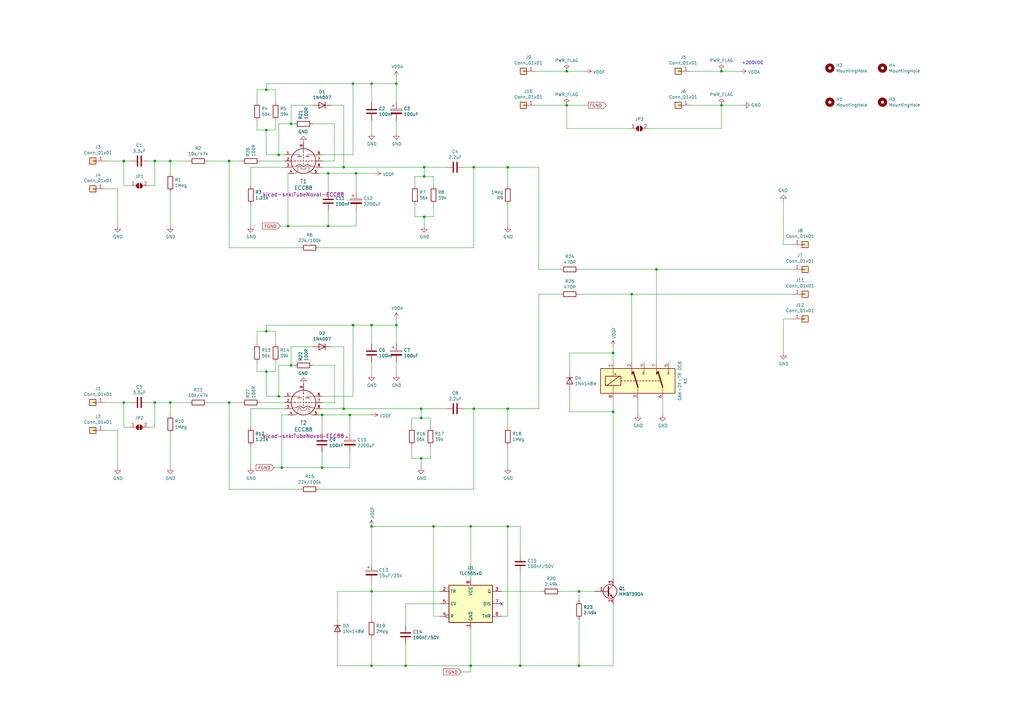
<source format=kicad_sch>
(kicad_sch (version 20230121) (generator eeschema)
  (paper "A3")
  (title_block (title "Pre-Amp ECC88/E88CC") (date "2023-02-08") (rev "V8"))
  (lib_symbols
    (symbol "Connector_Generic:Conn_01x01" (pin_names (offset 1.016) hide)
      (property "Reference" "J" (at 0 2.54 0))
      (property "Value" "Conn_01x01" (at 0 -2.54 0))
      (symbol "Conn_01x01_1_1"
        (rectangle (start -1.27 0.127) (end 0 -0.127) (stroke (width 0.1524)))
        (rectangle (start -1.27 1.27) (end 1.27 -1.27) (stroke (width 0.254)) (fill (type background)))
        (pin passive line (at -5.08 0 0) (length 3.81) (name "Pin_1") (number "1"))
      )
    )
    (symbol "Device:C" (pin_numbers hide) (pin_names (offset 0.254))
      (property "Reference" "C" (at 0.635 2.54 0))
      (property "Value" "C" (at 0.635 -2.54 0))
      (symbol "C_0_1"
        (polyline (pts (xy -2.032 -0.762) (xy 2.032 -0.762)) (stroke (width 0.508)))
        (polyline (pts (xy -2.032 0.762) (xy 2.032 0.762)) (stroke (width 0.508)))
      )
      (symbol "C_1_1"
        (pin passive line (at 0 3.81 270) (length 2.794) (name "~") (number "1"))
        (pin passive line (at 0 -3.81 90) (length 2.794) (name "~") (number "2"))
      )
    )
    (symbol "Device:C_Polarized" (pin_numbers hide) (pin_names (offset 0.254))
      (property "Reference" "C" (at 0.635 2.54 0))
      (property "Value" "C_Polarized" (at 0.635 -2.54 0))
      (symbol "C_Polarized_0_1"
        (rectangle (start -2.286 0.508) (end 2.286 1.016))
        (polyline (pts (xy -1.778 2.286) (xy -0.762 2.286)))
        (polyline (pts (xy -1.27 2.794) (xy -1.27 1.778)))
        (rectangle (start 2.286 -0.508) (end -2.286 -1.016) (fill (type outline)))
      )
      (symbol "C_Polarized_1_1"
        (pin passive line (at 0 3.81 270) (length 2.794) (name "~") (number "1"))
        (pin passive line (at 0 -3.81 90) (length 2.794) (name "~") (number "2"))
      )
    )
    (symbol "Device:R" (pin_numbers hide) (pin_names (offset 0))
      (property "Reference" "R" (at 2.032 0 90))
      (property "Value" "R" (at 0 0 90))
      (symbol "R_0_1"
        (rectangle (start -1.016 -2.54) (end 1.016 2.54) (stroke (width 0.254)))
      )
      (symbol "R_1_1"
        (pin passive line (at 0 3.81 270) (length 1.27) (name "~") (number "1"))
        (pin passive line (at 0 -3.81 90) (length 1.27) (name "~") (number "2"))
      )
    )
    (symbol "Diode:1N4007" (pin_numbers hide) (pin_names (offset 1.016) hide)
      (property "Reference" "D" (at 0 2.54 0))
      (property "Value" "1N4007" (at 0 -2.54 0))
      (symbol "1N4007_0_1"
        (polyline (pts (xy -1.27 1.27) (xy -1.27 -1.27)) (stroke (width 0.254)))
        (polyline (pts (xy 1.27 0) (xy -1.27 0)))
        (polyline (pts (xy 1.27 1.27) (xy 1.27 -1.27) (xy -1.27 0) (xy 1.27 1.27)) (stroke (width 0.254)))
      )
      (symbol "1N4007_1_1"
        (pin passive line (at -3.81 0 0) (length 2.54) (name "K") (number "1"))
        (pin passive line (at 3.81 0 180) (length 2.54) (name "A") (number "2"))
      )
    )
    (symbol "Diode:1N4148W" (pin_numbers hide) (pin_names (offset 1.016) hide)
      (property "Reference" "D" (at 0 2.54 0))
      (property "Value" "1N4148W" (at 0 -2.54 0))
      (symbol "1N4148W_0_1"
        (polyline (pts (xy -1.27 1.27) (xy -1.27 -1.27)) (stroke (width 0.254)))
        (polyline (pts (xy 1.27 0) (xy -1.27 0)))
        (polyline (pts (xy 1.27 1.27) (xy 1.27 -1.27) (xy -1.27 0) (xy 1.27 1.27)) (stroke (width 0.254)))
      )
      (symbol "1N4148W_1_1"
        (pin passive line (at -3.81 0 0) (length 2.54) (name "K") (number "1"))
        (pin passive line (at 3.81 0 180) (length 2.54) (name "A") (number "2"))
      )
    )
    (symbol "Jumper:SolderJumper_2_Open" (pin_names (offset 0) hide)
      (property "Reference" "JP" (at 0 2.032 0))
      (property "Value" "SolderJumper_2_Open" (at 0 -2.54 0))
      (symbol "SolderJumper_2_Open_0_1"
        (arc (start -0.254 1.016) (mid -1.2656 0) (end -0.254 -1.016))
        (arc (start -0.254 1.016) (mid -1.2656 0) (end -0.254 -1.016) (fill (type outline)))
        (polyline (pts (xy -0.254 1.016) (xy -0.254 -1.016)))
        (polyline (pts (xy 0.254 1.016) (xy 0.254 -1.016)))
        (arc (start 0.254 -1.016) (mid 1.2656 0) (end 0.254 1.016))
        (arc (start 0.254 -1.016) (mid 1.2656 0) (end 0.254 1.016) (fill (type outline)))
      )
      (symbol "SolderJumper_2_Open_1_1"
        (pin passive line (at -3.81 0 0) (length 2.54) (name "A") (number "1"))
        (pin passive line (at 3.81 0 180) (length 2.54) (name "B") (number "2"))
      )
    )
    (symbol "Mechanical:MountingHole" (pin_names (offset 1.016))
      (property "Reference" "H" (at 0 5.08 0))
      (property "Value" "MountingHole" (at 0 3.175 0))
      (symbol "MountingHole_0_1"
        (circle (center 0 0) (radius 1.27) (stroke (width 1.27)))
      )
    )
    (symbol "Relay:G6K-2"
      (property "Reference" "K" (at 16.51 3.81 0))
      (property "Value" "G6K-2" (at 16.51 1.27 0))
      (symbol "G6K-2_0_0"
        (text "+" (at -9.271 2.921 0) (effects (font (size 1.27 1.27))))
      )
      (symbol "G6K-2_0_1"
        (rectangle (start -15.24 5.08) (end 15.24 -5.08) (stroke (width 0.254)) (fill (type background)))
        (rectangle (start -13.335 1.905) (end -6.985 -1.905) (stroke (width 0.254)))
        (polyline (pts (xy -12.7 -1.905) (xy -7.62 1.905)) (stroke (width 0.254)))
        (polyline (pts (xy -10.16 -5.08) (xy -10.16 -1.905)))
        (polyline (pts (xy -10.16 5.08) (xy -10.16 1.905)))
        (polyline (pts (xy -6.985 0) (xy -6.35 0)) (stroke (width 0.254)))
        (polyline (pts (xy -5.715 0) (xy -5.08 0)) (stroke (width 0.254)))
        (polyline (pts (xy -4.445 0) (xy -3.81 0)) (stroke (width 0.254)))
        (polyline (pts (xy -3.175 0) (xy -2.54 0)) (stroke (width 0.254)))
        (polyline (pts (xy -1.905 0) (xy -1.27 0)) (stroke (width 0.254)))
        (polyline (pts (xy -0.635 0) (xy 0 0)) (stroke (width 0.254)))
        (polyline (pts (xy 0 -2.54) (xy -1.905 3.81)) (stroke (width 0.508)))
        (polyline (pts (xy 0 -2.54) (xy 0 -5.08)))
        (polyline (pts (xy 0.635 0) (xy 1.27 0)) (stroke (width 0.254)))
        (polyline (pts (xy 1.905 0) (xy 2.54 0)) (stroke (width 0.254)))
        (polyline (pts (xy 3.175 0) (xy 3.81 0)) (stroke (width 0.254)))
        (polyline (pts (xy 4.445 0) (xy 5.08 0)) (stroke (width 0.254)))
        (polyline (pts (xy 5.715 0) (xy 6.35 0)) (stroke (width 0.254)))
        (polyline (pts (xy 6.985 0) (xy 7.62 0)) (stroke (width 0.254)))
        (polyline (pts (xy 8.255 0) (xy 8.89 0)) (stroke (width 0.254)))
        (polyline (pts (xy 10.16 -2.54) (xy 8.255 3.81)) (stroke (width 0.508)))
        (polyline (pts (xy 10.16 -2.54) (xy 10.16 -5.08)))
        (polyline (pts (xy -2.54 5.08) (xy -2.54 2.54) (xy -1.905 3.175) (xy -2.54 3.81)) (fill (type outline)))
        (polyline (pts (xy 2.54 5.08) (xy 2.54 2.54) (xy 1.905 3.175) (xy 2.54 3.81)))
        (polyline (pts (xy 7.62 5.08) (xy 7.62 2.54) (xy 8.255 3.175) (xy 7.62 3.81)) (fill (type outline)))
        (polyline (pts (xy 12.7 5.08) (xy 12.7 2.54) (xy 12.065 3.175) (xy 12.7 3.81)))
      )
      (symbol "G6K-2_1_1"
        (pin passive line (at -10.16 7.62 270) (length 2.54) (name "~") (number "1"))
        (pin passive line (at -2.54 7.62 270) (length 2.54) (name "~") (number "2"))
        (pin passive line (at 0 -7.62 90) (length 2.54) (name "~") (number "3"))
        (pin passive line (at 2.54 7.62 270) (length 2.54) (name "~") (number "4"))
        (pin passive line (at 12.7 7.62 270) (length 2.54) (name "~") (number "5"))
        (pin passive line (at 10.16 -7.62 90) (length 2.54) (name "~") (number "6"))
        (pin passive line (at 7.62 7.62 270) (length 2.54) (name "~") (number "7"))
        (pin passive line (at -10.16 -7.62 90) (length 2.54) (name "~") (number "8"))
      )
    )
    (symbol "Timer:TLC555xD"
      (property "Reference" "U" (at -10.16 8.89 0))
      (property "Value" "TLC555xD" (at 2.54 8.89 0))
      (symbol "TLC555xD_0_0"
        (pin power_in line (at 0 -10.16 90) (length 2.54) (name "GND") (number "1"))
        (pin power_in line (at 0 10.16 270) (length 2.54) (name "VCC") (number "8"))
      )
      (symbol "TLC555xD_0_1"
        (rectangle (start -8.89 -7.62) (end 8.89 7.62) (stroke (width 0.254)) (fill (type background)))
        (rectangle (start -8.89 -7.62) (end 8.89 7.62) (stroke (width 0.254)) (fill (type background)))
      )
      (symbol "TLC555xD_1_1"
        (pin input line (at -12.7 5.08 0) (length 3.81) (name "TR") (number "2"))
        (pin output line (at 12.7 5.08 180) (length 3.81) (name "Q") (number "3"))
        (pin input inverted (at -12.7 -5.08 0) (length 3.81) (name "R") (number "4"))
        (pin input line (at -12.7 0 0) (length 3.81) (name "CV") (number "5"))
        (pin input line (at 12.7 -5.08 180) (length 3.81) (name "THR") (number "6"))
        (pin input line (at 12.7 0 180) (length 3.81) (name "DIS") (number "7"))
      )
    )
    (symbol "Transistor_BJT:MMBT3904" (pin_names (offset 0) hide)
      (property "Reference" "Q" (at 5.08 1.905 0))
      (property "Value" "MMBT3904" (at 5.08 0 0))
      (symbol "MMBT3904_0_1"
        (polyline (pts (xy 0.635 0.635) (xy 2.54 2.54)))
        (polyline (pts (xy 0.635 -0.635) (xy 2.54 -2.54) (xy 2.54 -2.54)))
        (polyline (pts (xy 0.635 1.905) (xy 0.635 -1.905) (xy 0.635 -1.905)) (stroke (width 0.508)))
        (polyline (pts (xy 1.27 -1.778) (xy 1.778 -1.27) (xy 2.286 -2.286) (xy 1.27 -1.778) (xy 1.27 -1.778)) (fill (type outline)))
        (circle (center 1.27 0) (radius 2.8194) (stroke (width 0.254)))
      )
      (symbol "MMBT3904_1_1"
        (pin input line (at -5.08 0 0) (length 5.715) (name "B") (number "1"))
        (pin passive line (at 2.54 -5.08 90) (length 2.54) (name "E") (number "2"))
        (pin passive line (at 2.54 5.08 270) (length 2.54) (name "C") (number "3"))
      )
    )
    (symbol "power:GND" (power) (pin_names (offset 0))
      (property "Value" "GND" (at 0 -3.81 0))
      (symbol "GND_0_1"
        (polyline (pts (xy 0 0) (xy 0 -1.27) (xy 1.27 -1.27) (xy 0 -2.54) (xy -1.27 -1.27) (xy 0 -1.27)))
      )
      (symbol "GND_1_1"
        (pin power_in line (at 0 0 270) (length 0) hide (name "GND") (number "1"))
      )
    )
    (symbol "power:PWR_FLAG" (power) (pin_numbers hide) (pin_names (offset 0) hide)
      (property "Value" "PWR_FLAG" (at 0 3.81 0))
      (symbol "PWR_FLAG_0_0"
        (pin power_out line (at 0 0 90) (length 0) (name "pwr") (number "1"))
      )
      (symbol "PWR_FLAG_0_1"
        (polyline (pts (xy 0 0) (xy 0 1.27) (xy -1.016 1.905) (xy 0 2.54) (xy 1.016 1.905) (xy 0 1.27)))
      )
    )
    (symbol "power:VDDA" (power) (pin_names (offset 0))
      (property "Value" "VDDA" (at 0 3.81 0))
      (symbol "VDDA_0_1"
        (polyline (pts (xy -0.762 1.27) (xy 0 2.54)))
        (polyline (pts (xy 0 0) (xy 0 2.54)))
        (polyline (pts (xy 0 2.54) (xy 0.762 1.27)))
      )
      (symbol "VDDA_1_1"
        (pin power_in line (at 0 0 90) (length 0) hide (name "VDDA") (number "1"))
      )
    )
    (symbol "power:VDDF" (power) (pin_names (offset 0))
      (property "Value" "VDDF" (at 0 3.81 0))
      (symbol "VDDF_0_1"
        (polyline (pts (xy -0.762 1.27) (xy 0 2.54)))
        (polyline (pts (xy 0 0) (xy 0 2.54)))
        (polyline (pts (xy 0 2.54) (xy 0.762 1.27)))
      )
      (symbol "VDDF_1_1"
        (pin power_in line (at 0 0 90) (length 0) hide (name "VDDF") (number "1"))
      )
    )
    (symbol "w_vacuum:ECC88" (pin_names (offset 0.0254) hide)
      (property "Reference" "T" (at 0 -7.62 0))
      (property "Value" "ECC88" (at 0 -10.16 0))
      (symbol "ECC88_0_1"
        (arc (start -1.016 -2.794) (mid -1.651 -2.1617) (end -2.286 -2.794))
        (arc (start -0.381 -2.159) (mid -1.651 -1.4978) (end -2.921 -2.159) (stroke (width 0.254)))
        (polyline (pts (xy -5.08 0) (xy -3.683 0)))
        (polyline (pts (xy -3.683 0) (xy -3.175 0)) (stroke (width 0.254)))
        (polyline (pts (xy -2.54 0) (xy -2.032 0)) (stroke (width 0.254)))
        (polyline (pts (xy -2.413 1.905) (xy -0.889 1.905)) (stroke (width 0.254)))
        (polyline (pts (xy -1.397 0) (xy -0.889 0)) (stroke (width 0.254)))
        (polyline (pts (xy 0 5.08) (xy 0 3.937)))
        (polyline (pts (xy 0.889 0) (xy 1.397 0)) (stroke (width 0.254)))
        (polyline (pts (xy 0.889 1.905) (xy 2.413 1.905)) (stroke (width 0.254)))
        (polyline (pts (xy 2.032 0) (xy 2.54 0)) (stroke (width 0.254)))
        (polyline (pts (xy 3.175 0) (xy 3.683 0)) (stroke (width 0.254)))
        (polyline (pts (xy 3.683 0) (xy 5.08 0)))
        (polyline (pts (xy -2.921 -2.159) (xy -4.318 -2.159) (xy -5.08 -2.54)))
        (polyline (pts (xy -1.651 1.905) (xy -1.651 2.54) (xy -5.08 2.54)))
        (polyline (pts (xy 2.921 -2.159) (xy 4.318 -2.159) (xy 5.08 -2.54)))
        (polyline (pts (xy 5.08 2.54) (xy 1.651 2.54) (xy 1.651 1.905)))
        (polyline (pts (xy -2.286 -2.794) (xy -2.286 -4.191) (xy -3.175 -5.08) (xy -3.81 -5.08)))
        (polyline (pts (xy -1.016 -2.794) (xy -1.016 -3.302) (xy 1.016 -3.302) (xy 1.016 -2.794)))
        (polyline (pts (xy 2.286 -2.794) (xy 2.286 -4.191) (xy 3.175 -5.08) (xy 3.81 -5.08)))
        (circle (center 0 0) (radius 5.08) (stroke (width 0.254)))
        (arc (start 2.286 -2.794) (mid 1.651 -2.1617) (end 1.016 -2.794))
        (arc (start 2.921 -2.159) (mid 1.651 -1.4978) (end 0.381 -2.159) (stroke (width 0.254)))
      )
      (symbol "ECC88_1_1"
        (polyline (pts (xy 0 -2.413) (xy 0 -1.905)) (stroke (width 0.254)))
        (polyline (pts (xy 0 -1.27) (xy 0 -0.762)) (stroke (width 0.254)))
        (polyline (pts (xy 0 -0.127) (xy 0 0.381)) (stroke (width 0.254)))
        (polyline (pts (xy 0 1.016) (xy 0 1.524)) (stroke (width 0.254)))
        (polyline (pts (xy 0 2.286) (xy 0 2.794)) (stroke (width 0.254)))
        (polyline (pts (xy 0 3.429) (xy 0 3.937)) (stroke (width 0.254)))
        (pin input line (at -7.62 2.54 0) (length 2.54) (name "qT1") (number "1"))
        (pin input line (at -7.62 0 0) (length 2.54) (name "gT1") (number "2"))
        (pin input line (at -7.62 -2.54 0) (length 2.54) (name "kT1") (number "3"))
        (pin input line (at -6.35 -5.08 0) (length 2.54) (name "h") (number "4"))
        (pin input line (at 6.35 -5.08 180) (length 2.54) (name "h") (number "5"))
        (pin input line (at 7.62 2.54 180) (length 2.54) (name "qT2") (number "6"))
        (pin input line (at 7.62 0 180) (length 2.54) (name "gT2") (number "7"))
        (pin input line (at 7.62 -2.54 180) (length 2.54) (name "kT2") (number "8"))
        (pin input line (at 0 7.62 270) (length 2.54) (name "s") (number "9"))
      )
    )
  )
  (junction (at 208.28 215.9))
  (junction (at 69.85 165.1))
  (junction (at 232.41 43.18))
  (junction (at 132.08 191.77))
  (junction (at 172.72 167.64))
  (junction (at 295.91 43.18))
  (junction (at 119.38 149.86))
  (junction (at 237.49 273.05))
  (junction (at 213.36 273.05))
  (junction (at 208.28 68.58))
  (junction (at 134.62 92.71))
  (junction (at 251.46 168.91))
  (junction (at 194.31 167.64))
  (junction (at 152.4 34.29))
  (junction (at 69.85 66.04))
  (junction (at 208.28 167.64))
  (junction (at 172.72 171.45))
  (junction (at 144.78 133.35))
  (junction (at 166.37 273.05))
  (junction (at 146.05 71.12))
  (junction (at 162.56 34.29))
  (junction (at 152.4 273.05))
  (junction (at 63.5 66.04))
  (junction (at 237.49 242.57))
  (junction (at 152.4 215.9))
  (junction (at 114.3 63.5))
  (junction (at 193.04 215.9))
  (junction (at 152.4 133.35))
  (junction (at 193.04 273.05))
  (junction (at 115.57 191.77))
  (junction (at 173.99 68.58))
  (junction (at 134.62 71.12))
  (junction (at 140.97 68.58))
  (junction (at 93.98 66.04))
  (junction (at 172.72 187.96))
  (junction (at 194.31 68.58))
  (junction (at 269.24 110.49))
  (junction (at 50.8 66.04))
  (junction (at 162.56 133.35))
  (junction (at 109.22 135.89))
  (junction (at 119.38 50.8))
  (junction (at 232.41 29.21))
  (junction (at 152.4 242.57))
  (junction (at 114.3 162.56))
  (junction (at 173.99 72.39))
  (junction (at 144.78 34.29))
  (junction (at 143.51 170.18))
  (junction (at 109.22 53.34))
  (junction (at 173.99 88.9))
  (junction (at 132.08 170.18))
  (junction (at 63.5 165.1))
  (junction (at 177.8 215.9))
  (junction (at 109.22 36.83))
  (junction (at 251.46 144.78))
  (junction (at 109.22 152.4))
  (junction (at 50.8 165.1))
  (junction (at 93.98 165.1))
  (junction (at 118.11 92.71))
  (junction (at 259.08 120.65))
  (junction (at 140.97 167.64))
  (junction (at 295.91 29.21))
  (no_connect (at 205.74 247.65))
  (wire (pts (xy 69.85 71.12) (xy 69.85 66.04)))
  (wire (pts (xy 105.41 36.83) (xy 105.41 41.91)))
  (wire (pts (xy 180.34 252.73) (xy 177.8 252.73)))
  (wire (pts (xy 162.56 153.67) (xy 162.56 148.59)))
  (wire (pts (xy 153.67 71.12) (xy 146.05 71.12)))
  (wire (pts (xy 173.99 92.71) (xy 173.99 88.9)))
  (wire (pts (xy 173.99 72.39) (xy 170.18 72.39)))
  (wire (pts (xy 194.31 101.6) (xy 130.81 101.6)))
  (wire (pts (xy 152.4 242.57) (xy 138.43 242.57)))
  (wire (pts (xy 321.31 130.81) (xy 325.12 130.81)))
  (wire (pts (xy 114.3 50.8) (xy 119.38 50.8)))
  (wire (pts (xy 219.71 43.18) (xy 232.41 43.18)))
  (wire (pts (xy 144.78 34.29) (xy 152.4 34.29)))
  (wire (pts (xy 152.4 140.97) (xy 152.4 133.35)))
  (wire (pts (xy 152.4 133.35) (xy 162.56 133.35)))
  (wire (pts (xy 114.3 162.56) (xy 109.22 162.56)))
  (wire (pts (xy 113.03 41.91) (xy 113.03 36.83)))
  (wire (pts (xy 193.04 273.05) (xy 166.37 273.05)))
  (wire (pts (xy 208.28 175.26) (xy 208.28 167.64)))
  (wire (pts (xy 102.87 92.71) (xy 102.87 83.82)))
  (wire (pts (xy 77.47 66.04) (xy 69.85 66.04)))
  (wire (pts (xy 233.68 160.02) (xy 233.68 168.91)))
  (wire (pts (xy 146.05 92.71) (xy 146.05 86.36)))
  (wire (pts (xy 60.96 165.1) (xy 63.5 165.1)))
  (wire (pts (xy 140.97 167.64) (xy 172.72 167.64)))
  (wire (pts (xy 205.74 242.57) (xy 222.25 242.57)))
  (wire (pts (xy 48.26 92.71) (xy 48.26 77.47)))
  (wire (pts (xy 116.84 68.58) (xy 102.87 68.58)))
  (wire (pts (xy 53.34 76.2) (xy 50.8 76.2)))
  (wire (pts (xy 63.5 165.1) (xy 69.85 165.1)))
  (wire (pts (xy 128.27 149.86) (xy 137.16 149.86)))
  (wire (pts (xy 168.91 187.96) (xy 172.72 187.96)))
  (wire (pts (xy 180.34 247.65) (xy 166.37 247.65)))
  (wire (pts (xy 50.8 76.2) (xy 50.8 66.04)))
  (wire (pts (xy 109.22 63.5) (xy 109.22 53.34)))
  (wire (pts (xy 194.31 167.64) (xy 190.5 167.64)))
  (wire (pts (xy 152.4 242.57) (xy 152.4 254)))
  (wire (pts (xy 109.22 135.89) (xy 105.41 135.89)))
  (wire (pts (xy 50.8 165.1) (xy 53.34 165.1)))
  (wire (pts (xy 109.22 53.34) (xy 105.41 53.34)))
  (wire (pts (xy 135.89 142.24) (xy 140.97 142.24)))
  (wire (pts (xy 208.28 83.82) (xy 208.28 92.71)))
  (wire (pts (xy 134.62 71.12) (xy 130.81 71.12)))
  (wire (pts (xy 105.41 135.89) (xy 105.41 140.97)))
  (wire (pts (xy 295.91 29.21) (xy 283.21 29.21)))
  (wire (pts (xy 144.78 63.5) (xy 144.78 34.29)))
  (wire (pts (xy 152.4 273.05) (xy 138.43 273.05)))
  (wire (pts (xy 205.74 252.73) (xy 208.28 252.73)))
  (wire (pts (xy 132.08 177.8) (xy 132.08 170.18)))
  (wire (pts (xy 269.24 148.59) (xy 269.24 110.49)))
  (wire (pts (xy 251.46 148.59) (xy 251.46 144.78)))
  (wire (pts (xy 162.56 133.35) (xy 162.56 140.97)))
  (wire (pts (xy 119.38 142.24) (xy 119.38 149.86)))
  (wire (pts (xy 208.28 76.2) (xy 208.28 68.58)))
  (wire (pts (xy 237.49 254) (xy 237.49 273.05)))
  (wire (pts (xy 69.85 92.71) (xy 69.85 78.74)))
  (wire (pts (xy 162.56 133.35) (xy 162.56 130.81)))
  (wire (pts (xy 137.16 149.86) (xy 137.16 165.1)))
  (wire (pts (xy 168.91 171.45) (xy 168.91 175.26)))
  (wire (pts (xy 119.38 149.86) (xy 114.3 149.86)))
  (wire (pts (xy 152.4 153.67) (xy 152.4 148.59)))
  (wire (pts (xy 208.28 191.77) (xy 208.28 182.88)))
  (wire (pts (xy 128.27 43.18) (xy 119.38 43.18)))
  (wire (pts (xy 115.57 170.18) (xy 115.57 191.77)))
  (wire (pts (xy 138.43 273.05) (xy 138.43 261.62)))
  (wire (pts (xy 208.28 252.73) (xy 208.28 215.9)))
  (wire (pts (xy 112.395 191.77) (xy 115.57 191.77)))
  (wire (pts (xy 213.36 227.33) (xy 213.36 215.9)))
  (wire (pts (xy 146.05 71.12) (xy 134.62 71.12)))
  (wire (pts (xy 109.22 53.34) (xy 113.03 53.34)))
  (wire (pts (xy 240.03 29.21) (xy 232.41 29.21)))
  (wire (pts (xy 162.56 54.61) (xy 162.56 49.53)))
  (wire (pts (xy 170.18 83.82) (xy 170.18 88.9)))
  (wire (pts (xy 106.68 165.1) (xy 116.84 165.1)))
  (wire (pts (xy 152.4 242.57) (xy 152.4 238.76)))
  (wire (pts (xy 132.08 167.64) (xy 140.97 167.64)))
  (wire (pts (xy 144.78 162.56) (xy 144.78 133.35)))
  (wire (pts (xy 194.31 167.64) (xy 194.31 200.66)))
  (wire (pts (xy 166.37 247.65) (xy 166.37 256.54)))
  (wire (pts (xy 233.68 144.78) (xy 251.46 144.78)))
  (wire (pts (xy 259.08 148.59) (xy 259.08 120.65)))
  (wire (pts (xy 93.98 200.66) (xy 93.98 165.1)))
  (wire (pts (xy 118.11 170.18) (xy 115.57 170.18)))
  (wire (pts (xy 232.41 43.18) (xy 241.3 43.18)))
  (wire (pts (xy 114.935 92.71) (xy 118.11 92.71)))
  (wire (pts (xy 102.87 191.77) (xy 102.87 182.88)))
  (wire (pts (xy 172.72 171.45) (xy 168.91 171.45)))
  (wire (pts (xy 134.62 92.71) (xy 146.05 92.71)))
  (wire (pts (xy 85.09 66.04) (xy 93.98 66.04)))
  (wire (pts (xy 237.49 246.38) (xy 237.49 242.57)))
  (wire (pts (xy 135.89 43.18) (xy 140.97 43.18)))
  (wire (pts (xy 109.22 162.56) (xy 109.22 152.4)))
  (wire (pts (xy 194.31 68.58) (xy 208.28 68.58)))
  (wire (pts (xy 77.47 165.1) (xy 69.85 165.1)))
  (wire (pts (xy 143.51 170.18) (xy 152.4 170.18)))
  (wire (pts (xy 63.5 76.2) (xy 60.96 76.2)))
  (wire (pts (xy 116.84 63.5) (xy 114.3 63.5)))
  (wire (pts (xy 114.3 63.5) (xy 109.22 63.5)))
  (wire (pts (xy 152.4 215.9) (xy 177.8 215.9)))
  (wire (pts (xy 180.34 242.57) (xy 152.4 242.57)))
  (wire (pts (xy 208.28 215.9) (xy 193.04 215.9)))
  (wire (pts (xy 233.68 152.4) (xy 233.68 144.78)))
  (wire (pts (xy 123.19 200.66) (xy 93.98 200.66)))
  (wire (pts (xy 172.72 167.64) (xy 182.88 167.64)))
  (wire (pts (xy 166.37 273.05) (xy 152.4 273.05)))
  (wire (pts (xy 143.51 191.77) (xy 143.51 185.42)))
  (wire (pts (xy 132.08 63.5) (xy 144.78 63.5)))
  (wire (pts (xy 213.36 273.05) (xy 193.04 273.05)))
  (wire (pts (xy 162.56 34.29) (xy 162.56 31.75)))
  (wire (pts (xy 271.78 170.18) (xy 271.78 163.83)))
  (wire (pts (xy 162.56 34.29) (xy 162.56 41.91)))
  (wire (pts (xy 53.34 175.26) (xy 50.8 175.26)))
  (wire (pts (xy 134.62 78.74) (xy 134.62 71.12)))
  (wire (pts (xy 233.68 168.91) (xy 251.46 168.91)))
  (wire (pts (xy 144.78 34.29) (xy 109.22 34.29)))
  (wire (pts (xy 69.85 66.04) (xy 63.5 66.04)))
  (wire (pts (xy 193.04 257.81) (xy 193.04 273.05)))
  (wire (pts (xy 138.43 242.57) (xy 138.43 254)))
  (wire (pts (xy 173.99 68.58) (xy 182.88 68.58)))
  (wire (pts (xy 193.04 275.59) (xy 193.04 273.05)))
  (wire (pts (xy 325.12 100.33) (xy 321.31 100.33)))
  (wire (pts (xy 193.04 237.49) (xy 193.04 215.9)))
  (wire (pts (xy 251.46 168.91) (xy 251.46 237.49)))
  (wire (pts (xy 170.18 88.9) (xy 173.99 88.9)))
  (wire (pts (xy 208.28 68.58) (xy 220.98 68.58)))
  (wire (pts (xy 261.62 170.18) (xy 261.62 163.83)))
  (wire (pts (xy 113.03 152.4) (xy 113.03 148.59)))
  (wire (pts (xy 177.8 88.9) (xy 177.8 83.82)))
  (wire (pts (xy 109.22 133.35) (xy 109.22 135.89)))
  (wire (pts (xy 170.18 72.39) (xy 170.18 76.2)))
  (wire (pts (xy 48.26 77.47) (xy 43.18 77.47)))
  (wire (pts (xy 114.3 149.86) (xy 114.3 162.56)))
  (wire (pts (xy 128.27 142.24) (xy 119.38 142.24)))
  (wire (pts (xy 194.31 200.66) (xy 130.81 200.66)))
  (wire (pts (xy 283.21 43.18) (xy 295.91 43.18)))
  (wire (pts (xy 237.49 273.05) (xy 213.36 273.05)))
  (wire (pts (xy 109.22 36.83) (xy 105.41 36.83)))
  (wire (pts (xy 176.53 187.96) (xy 176.53 182.88)))
  (wire (pts (xy 140.97 43.18) (xy 140.97 68.58)))
  (wire (pts (xy 119.38 50.8) (xy 120.65 50.8)))
  (wire (pts (xy 194.31 167.64) (xy 208.28 167.64)))
  (wire (pts (xy 134.62 92.71) (xy 134.62 86.36)))
  (wire (pts (xy 194.31 68.58) (xy 190.5 68.58)))
  (wire (pts (xy 146.05 78.74) (xy 146.05 71.12)))
  (wire (pts (xy 208.28 167.64) (xy 220.98 167.64)))
  (wire (pts (xy 48.26 191.77) (xy 48.26 176.53)))
  (wire (pts (xy 132.08 191.77) (xy 132.08 185.42)))
  (wire (pts (xy 50.8 66.04) (xy 53.34 66.04)))
  (wire (pts (xy 232.41 29.21) (xy 219.71 29.21)))
  (wire (pts (xy 259.08 120.65) (xy 325.12 120.65)))
  (wire (pts (xy 213.36 215.9) (xy 208.28 215.9)))
  (wire (pts (xy 251.46 247.65) (xy 251.46 273.05)))
  (wire (pts (xy 251.46 144.78) (xy 251.46 142.24)))
  (wire (pts (xy 43.18 66.04) (xy 50.8 66.04)))
  (wire (pts (xy 50.8 175.26) (xy 50.8 165.1)))
  (wire (pts (xy 213.36 234.95) (xy 213.36 273.05)))
  (wire (pts (xy 321.31 100.33) (xy 321.31 82.55)))
  (wire (pts (xy 132.08 68.58) (xy 140.97 68.58)))
  (wire (pts (xy 63.5 66.04) (xy 63.5 76.2)))
  (wire (pts (xy 295.91 52.705) (xy 295.91 43.18)))
  (wire (pts (xy 193.04 215.9) (xy 177.8 215.9)))
  (wire (pts (xy 113.03 53.34) (xy 113.03 49.53)))
  (wire (pts (xy 143.51 177.8) (xy 143.51 170.18)))
  (wire (pts (xy 69.85 191.77) (xy 69.85 177.8)))
  (wire (pts (xy 321.31 144.78) (xy 321.31 130.81)))
  (wire (pts (xy 144.78 133.35) (xy 152.4 133.35)))
  (wire (pts (xy 237.49 120.65) (xy 259.08 120.65)))
  (wire (pts (xy 303.53 29.21) (xy 295.91 29.21)))
  (wire (pts (xy 63.5 66.04) (xy 60.96 66.04)))
  (wire (pts (xy 63.5 175.26) (xy 60.96 175.26)))
  (wire (pts (xy 85.09 165.1) (xy 93.98 165.1)))
  (wire (pts (xy 93.98 101.6) (xy 93.98 66.04)))
  (wire (pts (xy 105.41 152.4) (xy 105.41 148.59)))
  (wire (pts (xy 137.16 50.8) (xy 137.16 66.04)))
  (wire (pts (xy 258.445 52.705) (xy 232.41 52.705)))
  (wire (pts (xy 243.84 242.57) (xy 237.49 242.57)))
  (wire (pts (xy 173.99 88.9) (xy 177.8 88.9)))
  (wire (pts (xy 251.46 163.83) (xy 251.46 168.91)))
  (wire (pts (xy 176.53 175.26) (xy 176.53 171.45)))
  (wire (pts (xy 229.87 120.65) (xy 220.98 120.65)))
  (wire (pts (xy 177.8 252.73) (xy 177.8 215.9)))
  (wire (pts (xy 173.99 72.39) (xy 173.99 68.58)))
  (wire (pts (xy 115.57 191.77) (xy 132.08 191.77)))
  (wire (pts (xy 132.08 170.18) (xy 130.81 170.18)))
  (wire (pts (xy 132.08 165.1) (xy 137.16 165.1)))
  (wire (pts (xy 269.24 110.49) (xy 325.12 110.49)))
  (wire (pts (xy 152.4 34.29) (xy 162.56 34.29)))
  (wire (pts (xy 152.4 54.61) (xy 152.4 49.53)))
  (wire (pts (xy 116.84 167.64) (xy 102.87 167.64)))
  (wire (pts (xy 176.53 171.45) (xy 172.72 171.45)))
  (wire (pts (xy 152.4 231.14) (xy 152.4 215.9)))
  (wire (pts (xy 132.08 66.04) (xy 137.16 66.04)))
  (wire (pts (xy 251.46 273.05) (xy 237.49 273.05)))
  (wire (pts (xy 168.91 182.88) (xy 168.91 187.96)))
  (wire (pts (xy 116.84 162.56) (xy 114.3 162.56)))
  (wire (pts (xy 48.26 176.53) (xy 43.18 176.53)))
  (wire (pts (xy 123.19 101.6) (xy 93.98 101.6)))
  (wire (pts (xy 114.3 50.8) (xy 114.3 63.5)))
  (wire (pts (xy 237.49 110.49) (xy 269.24 110.49)))
  (wire (pts (xy 118.11 71.12) (xy 118.11 92.71)))
  (wire (pts (xy 93.98 66.04) (xy 99.06 66.04)))
  (wire (pts (xy 113.03 36.83) (xy 109.22 36.83)))
  (wire (pts (xy 237.49 242.57) (xy 229.87 242.57)))
  (wire (pts (xy 266.065 52.705) (xy 295.91 52.705)))
  (wire (pts (xy 166.37 273.05) (xy 166.37 264.16)))
  (wire (pts (xy 132.08 170.18) (xy 143.51 170.18)))
  (wire (pts (xy 69.85 170.18) (xy 69.85 165.1)))
  (wire (pts (xy 220.98 68.58) (xy 220.98 110.49)))
  (wire (pts (xy 63.5 165.1) (xy 63.5 175.26)))
  (wire (pts (xy 189.23 275.59) (xy 193.04 275.59)))
  (wire (pts (xy 229.87 110.49) (xy 220.98 110.49)))
  (wire (pts (xy 144.78 133.35) (xy 109.22 133.35)))
  (wire (pts (xy 177.8 72.39) (xy 173.99 72.39)))
  (wire (pts (xy 102.87 68.58) (xy 102.87 76.2)))
  (wire (pts (xy 105.41 53.34) (xy 105.41 49.53)))
  (wire (pts (xy 140.97 142.24) (xy 140.97 167.64)))
  (wire (pts (xy 120.65 149.86) (xy 119.38 149.86)))
  (wire (pts (xy 109.22 152.4) (xy 113.03 152.4)))
  (wire (pts (xy 93.98 165.1) (xy 99.06 165.1)))
  (wire (pts (xy 172.72 191.77) (xy 172.72 187.96)))
  (wire (pts (xy 128.27 50.8) (xy 137.16 50.8)))
  (wire (pts (xy 177.8 76.2) (xy 177.8 72.39)))
  (wire (pts (xy 102.87 167.64) (xy 102.87 175.26)))
  (wire (pts (xy 232.41 43.18) (xy 232.41 52.705)))
  (wire (pts (xy 220.98 167.64) (xy 220.98 120.65)))
  (wire (pts (xy 140.97 68.58) (xy 173.99 68.58)))
  (wire (pts (xy 118.11 92.71) (xy 134.62 92.71)))
  (wire (pts (xy 106.68 66.04) (xy 116.84 66.04)))
  (wire (pts (xy 194.31 68.58) (xy 194.31 101.6)))
  (wire (pts (xy 152.4 273.05) (xy 152.4 261.62)))
  (wire (pts (xy 172.72 187.96) (xy 176.53 187.96)))
  (wire (pts (xy 113.03 140.97) (xy 113.03 135.89)))
  (wire (pts (xy 132.08 191.77) (xy 143.51 191.77)))
  (wire (pts (xy 109.22 34.29) (xy 109.22 36.83)))
  (wire (pts (xy 113.03 135.89) (xy 109.22 135.89)))
  (wire (pts (xy 295.91 43.18) (xy 304.8 43.18)))
  (wire (pts (xy 172.72 171.45) (xy 172.72 167.64)))
  (wire (pts (xy 152.4 41.91) (xy 152.4 34.29)))
  (wire (pts (xy 119.38 43.18) (xy 119.38 50.8)))
  (wire (pts (xy 132.08 162.56) (xy 144.78 162.56)))
  (wire (pts (xy 43.18 165.1) (xy 50.8 165.1)))
  (wire (pts (xy 109.22 152.4) (xy 105.41 152.4)))
  (text "+200VDC" (at 304.165 26.67 0) (effects (font (size 1.27 1.27)) (justify left bottom)))
  (global_label "FGND" (shape output) (at 241.3 43.18 0) (property "Intersheetrefs" "${INTERSHEET_REFS}" (effects hide)))
  (global_label "FGND" (shape input) (at 114.935 92.71 180) (property "Intersheetrefs" "${INTERSHEET_REFS}" (effects hide)))
  (global_label "FGND" (shape input) (at 189.23 275.59 180) (property "Intersheetrefs" "${INTERSHEET_REFS}" (effects hide)))
  (global_label "FGND" (shape input) (at 112.395 191.77 180) (property "Intersheetrefs" "${INTERSHEET_REFS}" (effects hide)))
  (symbol (lib_id "w_vacuum:ECC88") (at 124.46 66.04 0) (unit 1)
    (property "Reference" "T1" (at 124.46 74.3966 0) (effects (font (size 1.524 1.524))))
    (property "Value" "ECC88" (at 124.46 77.089 0) (effects (font (size 1.524 1.524))))
    (property "Footprint" "kicad-snk:TubeNoval-ECC88" (at 124.46 79.7814 0) (effects (font (size 1.524 1.524))))
  )
  (symbol (lib_id "Device:R") (at 81.28 66.04 270) (unit 1)
    (property "Reference" "R2" (at 81.28 60.7822 90))
    (property "Value" "10k/47k" (at 81.28 63.0936 90))
    (property "Footprint" "Resistor_SMD:R_MELF_MMB-0207" (effects hide))
  )
  (symbol (lib_id "Device:R") (at 69.85 74.93 0) (unit 1)
    (property "Reference" "R1" (at 71.628 73.7616 0) (effects (justify left)))
    (property "Value" "1Meg" (at 71.628 76.073 0) (effects (justify left)))
    (property "Footprint" "Resistor_SMD:R_MELF_MMB-0207" (effects hide))
  )
  (symbol (lib_id "Connector_Generic:Conn_01x01") (at 38.1 66.04 180) (unit 1)
    (property "Reference" "J3" (at 40.1828 60.325 0))
    (property "Value" "Conn_01x01" (at 40.1828 62.6364 0))
    (property "Footprint" "Connector_Pin:Pin_D1.0mm_L10.0mm" (effects hide))
  )
  (symbol (lib_id "Connector_Generic:Conn_01x01") (at 38.1 77.47 180) (unit 1)
    (property "Reference" "J4" (at 40.1828 71.755 0))
    (property "Value" "Conn_01x01" (at 40.1828 74.0664 0))
    (property "Footprint" "Connector_Pin:Pin_D1.0mm_L10.0mm" (effects hide))
  )
  (symbol (lib_id "Connector_Generic:Conn_01x01") (at 278.13 29.21 180) (unit 1)
    (property "Reference" "J5" (at 280.2128 23.495 0))
    (property "Value" "Conn_01x01" (at 280.2128 25.8064 0))
    (property "Footprint" "Connector_Pin:Pin_D1.3mm_L11.0mm" (effects hide))
  )
  (symbol (lib_id "Connector_Generic:Conn_01x01") (at 278.13 43.18 180) (unit 1)
    (property "Reference" "J6" (at 280.2128 37.465 0))
    (property "Value" "Conn_01x01" (at 280.2128 39.7764 0))
    (property "Footprint" "Connector_Pin:Pin_D1.3mm_L11.0mm" (effects hide))
  )
  (symbol (lib_id "Device:C") (at 57.15 66.04 270) (unit 1)
    (property "Reference" "C1" (at 57.15 59.6392 90))
    (property "Value" "3.3uF" (at 57.15 61.9506 90))
    (property "Footprint" "Capacitor_THT:C_Rect_L7.2mm_W7.2mm_P5.00mm_FKS2_FKP2_MKS2_MKP2" (effects hide))
  )
  (symbol (lib_id "Mechanical:MountingHole") (at 340.36 27.94 0) (unit 1)
    (property "Reference" "H2" (at 342.9 26.7716 0) (effects (justify left)))
    (property "Value" "MountingHole" (at 342.9 29.083 0) (effects (justify left)))
    (property "Footprint" "MountingHole:MountingHole_3.2mm_M3" (effects hide))
  )
  (symbol (lib_id "Mechanical:MountingHole") (at 361.95 27.94 0) (unit 1)
    (property "Reference" "H4" (at 364.49 26.7716 0) (effects (justify left)))
    (property "Value" "MountingHole" (at 364.49 29.083 0) (effects (justify left)))
    (property "Footprint" "MountingHole:MountingHole_3.2mm_M3" (effects hide))
  )
  (symbol (lib_id "Mechanical:MountingHole") (at 340.36 41.91 0) (unit 1)
    (property "Reference" "H1" (at 342.9 40.7416 0) (effects (justify left)))
    (property "Value" "MountingHole" (at 342.9 43.053 0) (effects (justify left)))
    (property "Footprint" "MountingHole:MountingHole_3.2mm_M3" (effects hide))
  )
  (symbol (lib_id "Mechanical:MountingHole") (at 361.95 41.91 0) (unit 1)
    (property "Reference" "H3" (at 364.49 40.7416 0) (effects (justify left)))
    (property "Value" "MountingHole" (at 364.49 43.053 0) (effects (justify left)))
    (property "Footprint" "MountingHole:MountingHole_3.2mm_M3" (effects hide))
  )
  (symbol (lib_id "power:PWR_FLAG") (at 295.91 29.21 0) (unit 1)
    (property "Reference" "#FLG04" (effects hide))
    (property "Value" "PWR_FLAG" (at 295.91 24.8158 0))
  )
  (symbol (lib_id "power:GND") (at 304.8 43.18 90) (unit 1)
    (property "Reference" "#PWR05" (effects hide))
    (property "Value" "GND" (at 308.0512 43.053 90) (effects (justify right)))
  )
  (symbol (lib_id "power:PWR_FLAG") (at 295.91 43.18 0) (unit 1)
    (property "Reference" "#FLG03" (effects hide))
    (property "Value" "PWR_FLAG" (at 295.91 38.7858 0))
  )
  (symbol (lib_id "power:VDDF") (at 240.03 29.21 270) (unit 1)
    (property "Reference" "#PWR01" (effects hide))
    (property "Value" "VDDF" (at 243.2812 29.591 90) (effects (justify left)))
  )
  (symbol (lib_id "power:VDDA") (at 303.53 29.21 270) (unit 1)
    (property "Reference" "#PWR07" (effects hide))
    (property "Value" "VDDA" (at 306.7812 29.591 90) (effects (justify left)))
  )
  (symbol (lib_id "Device:R") (at 113.03 45.72 0) (unit 1)
    (property "Reference" "R5" (at 114.808 44.5516 0) (effects (justify left)))
    (property "Value" "39k" (at 114.808 46.863 0) (effects (justify left)))
    (property "Footprint" "Resistor_SMD:R_MELF_MMB-0207" (effects hide))
  )
  (symbol (lib_id "Device:C_Polarized") (at 162.56 45.72 0) (unit 1)
    (property "Reference" "C3" (at 165.5572 44.5516 0) (effects (justify left)))
    (property "Value" "100uF" (at 165.5572 46.863 0) (effects (justify left)))
    (property "Footprint" "Capacitor_THT:CP_Radial_D18.0mm_P7.50mm" (effects hide))
  )
  (symbol (lib_id "Device:R") (at 105.41 45.72 0) (unit 1)
    (property "Reference" "R4" (at 107.188 44.5516 0) (effects (justify left)))
    (property "Value" "56k" (at 107.188 46.863 0) (effects (justify left)))
    (property "Footprint" "Resistor_SMD:R_MELF_MMB-0207" (effects hide))
  )
  (symbol (lib_id "Device:C") (at 152.4 45.72 0) (unit 1)
    (property "Reference" "C2" (at 155.321 44.5516 0) (effects (justify left)))
    (property "Value" "100nF" (at 155.321 46.863 0) (effects (justify left)))
    (property "Footprint" "Capacitor_THT:C_Rect_L16.5mm_W5.0mm_P15.00mm_MKT" (effects hide))
  )
  (symbol (lib_id "Device:R") (at 177.8 80.01 0) (unit 1)
    (property "Reference" "R8" (at 179.578 78.8416 0) (effects (justify left)))
    (property "Value" "39k" (at 179.578 81.153 0) (effects (justify left)))
    (property "Footprint" "Resistor_SMD:R_MELF_MMB-0207" (effects hide))
  )
  (symbol (lib_id "Device:R") (at 170.18 80.01 0) (unit 1)
    (property "Reference" "R7" (at 171.958 78.8416 0) (effects (justify left)))
    (property "Value" "56k" (at 171.958 81.153 0) (effects (justify left)))
    (property "Footprint" "Resistor_SMD:R_MELF_MMB-0207" (effects hide))
  )
  (symbol (lib_id "Device:R") (at 208.28 80.01 180) (unit 1)
    (property "Reference" "R9" (at 206.502 81.1784 0) (effects (justify left)))
    (property "Value" "1Meg" (at 206.502 78.867 0) (effects (justify left)))
    (property "Footprint" "Resistor_SMD:R_MELF_MMB-0207" (effects hide))
  )
  (symbol (lib_id "Device:C") (at 186.69 68.58 270) (unit 1)
    (property "Reference" "C4" (at 186.69 62.1792 90))
    (property "Value" "2.2uF" (at 186.69 64.4906 90))
    (property "Footprint" "Capacitor_THT:C_Rect_L31.5mm_W11.0mm_P27.50mm_MKS4" (effects hide))
  )
  (symbol (lib_id "Device:R") (at 127 101.6 270) (unit 1)
    (property "Reference" "R6" (at 127 96.3422 90))
    (property "Value" "22k/100k" (at 127 98.6536 90))
    (property "Footprint" "Resistor_SMD:R_MELF_MMB-0207" (effects hide))
  )
  (symbol (lib_id "power:GND") (at 124.46 58.42 180) (unit 1)
    (property "Reference" "#PWR09" (effects hide))
    (property "Value" "GND" (at 124.333 54.0258 0))
  )
  (symbol (lib_id "power:GND") (at 173.99 92.71 0) (unit 1)
    (property "Reference" "#PWR012" (effects hide))
    (property "Value" "GND" (at 174.117 97.1042 0))
  )
  (symbol (lib_id "Connector_Generic:Conn_01x01") (at 330.2 110.49 0) (mirror x) (unit 1)
    (property "Reference" "J7" (at 328.1172 104.775 0))
    (property "Value" "Conn_01x01" (at 328.1172 107.0864 0))
    (property "Footprint" "Connector_Pin:Pin_D1.0mm_L10.0mm" (effects hide))
  )
  (symbol (lib_id "Connector_Generic:Conn_01x01") (at 330.2 100.33 0) (mirror x) (unit 1)
    (property "Reference" "J8" (at 328.1172 94.615 0))
    (property "Value" "Conn_01x01" (at 328.1172 96.9264 0))
    (property "Footprint" "Connector_Pin:Pin_D1.0mm_L10.0mm" (effects hide))
  )
  (symbol (lib_id "power:GND") (at 162.56 54.61 0) (unit 1)
    (property "Reference" "#PWR014" (effects hide))
    (property "Value" "GND" (at 162.687 59.0042 0))
  )
  (symbol (lib_id "power:GND") (at 152.4 54.61 0) (unit 1)
    (property "Reference" "#PWR011" (effects hide))
    (property "Value" "GND" (at 152.527 59.0042 0))
  )
  (symbol (lib_id "power:VDDF") (at 153.67 71.12 270) (unit 1)
    (property "Reference" "#PWR010" (effects hide))
    (property "Value" "VDDF" (at 156.9212 71.501 90) (effects (justify left)))
  )
  (symbol (lib_id "Device:R") (at 102.87 80.01 0) (unit 1)
    (property "Reference" "R3" (at 104.648 78.8416 0) (effects (justify left)))
    (property "Value" "1.21k" (at 104.648 81.153 0) (effects (justify left)))
    (property "Footprint" "Resistor_SMD:R_MiniMELF_MMA-0204" (effects hide))
  )
  (symbol (lib_id "power:GND") (at 102.87 92.71 0) (unit 1)
    (property "Reference" "#PWR06" (effects hide))
    (property "Value" "GND" (at 102.997 97.1042 0))
  )
  (symbol (lib_id "power:GND") (at 69.85 92.71 0) (unit 1)
    (property "Reference" "#PWR04" (effects hide))
    (property "Value" "GND" (at 69.977 97.1042 0))
  )
  (symbol (lib_id "power:GND") (at 48.26 92.71 0) (unit 1)
    (property "Reference" "#PWR03" (effects hide))
    (property "Value" "GND" (at 48.387 97.1042 0))
  )
  (symbol (lib_id "power:VDDA") (at 162.56 31.75 0) (unit 1)
    (property "Reference" "#PWR013" (effects hide))
    (property "Value" "VDDA" (at 162.941 27.3558 0))
  )
  (symbol (lib_id "Connector_Generic:Conn_01x01") (at 214.63 29.21 180) (unit 1)
    (property "Reference" "J9" (at 216.7128 23.495 0))
    (property "Value" "Conn_01x01" (at 216.7128 25.8064 0))
    (property "Footprint" "Connector_Pin:Pin_D1.3mm_L11.0mm" (effects hide))
  )
  (symbol (lib_id "Connector_Generic:Conn_01x01") (at 214.63 43.18 180) (unit 1)
    (property "Reference" "J10" (at 216.7128 37.465 0))
    (property "Value" "Conn_01x01" (at 216.7128 39.7764 0))
    (property "Footprint" "Connector_Pin:Pin_D1.3mm_L11.0mm" (effects hide))
  )
  (symbol (lib_id "power:PWR_FLAG") (at 232.41 29.21 0) (unit 1)
    (property "Reference" "#FLG01" (effects hide))
    (property "Value" "PWR_FLAG" (at 232.41 24.8158 0))
  )
  (symbol (lib_id "power:PWR_FLAG") (at 232.41 43.18 0) (unit 1)
    (property "Reference" "#FLG02" (effects hide))
    (property "Value" "PWR_FLAG" (at 232.41 38.7858 0))
  )
  (symbol (lib_id "w_vacuum:ECC88") (at 124.46 165.1 0) (unit 1)
    (property "Reference" "T2" (at 124.46 173.4566 0) (effects (font (size 1.524 1.524))))
    (property "Value" "ECC88" (at 124.46 176.149 0) (effects (font (size 1.524 1.524))))
    (property "Footprint" "kicad-snk:TubeNoval-ECC88" (at 124.46 178.8414 0) (effects (font (size 1.524 1.524))))
  )
  (symbol (lib_id "Device:R") (at 81.28 165.1 270) (unit 1)
    (property "Reference" "R11" (at 81.28 159.8422 90))
    (property "Value" "10k/47k" (at 81.28 162.1536 90))
    (property "Footprint" "Resistor_SMD:R_MELF_MMB-0207" (effects hide))
  )
  (symbol (lib_id "Device:R") (at 69.85 173.99 0) (unit 1)
    (property "Reference" "R10" (at 71.628 172.8216 0) (effects (justify left)))
    (property "Value" "1Meg" (at 71.628 175.133 0) (effects (justify left)))
    (property "Footprint" "Resistor_SMD:R_MELF_MMB-0207" (effects hide))
  )
  (symbol (lib_id "Connector_Generic:Conn_01x01") (at 38.1 165.1 180) (unit 1)
    (property "Reference" "J1" (at 40.1828 159.385 0))
    (property "Value" "Conn_01x01" (at 40.1828 161.6964 0))
    (property "Footprint" "Connector_Pin:Pin_D1.0mm_L10.0mm" (effects hide))
  )
  (symbol (lib_id "Connector_Generic:Conn_01x01") (at 38.1 176.53 180) (unit 1)
    (property "Reference" "J2" (at 40.1828 170.815 0))
    (property "Value" "Conn_01x01" (at 40.1828 173.1264 0))
    (property "Footprint" "Connector_Pin:Pin_D1.0mm_L10.0mm" (effects hide))
  )
  (symbol (lib_id "Device:C") (at 57.15 165.1 270) (unit 1)
    (property "Reference" "C5" (at 57.15 158.6992 90))
    (property "Value" "3.3uF" (at 57.15 161.0106 90))
    (property "Footprint" "Capacitor_THT:C_Rect_L7.2mm_W7.2mm_P5.00mm_FKS2_FKP2_MKS2_MKP2" (effects hide))
  )
  (symbol (lib_id "Device:R") (at 113.03 144.78 0) (unit 1)
    (property "Reference" "R14" (at 114.808 143.6116 0) (effects (justify left)))
    (property "Value" "39k" (at 114.808 145.923 0) (effects (justify left)))
    (property "Footprint" "Resistor_SMD:R_MELF_MMB-0207" (effects hide))
  )
  (symbol (lib_id "Device:C_Polarized") (at 162.56 144.78 0) (unit 1)
    (property "Reference" "C7" (at 165.5572 143.6116 0) (effects (justify left)))
    (property "Value" "100uF" (at 165.5572 145.923 0) (effects (justify left)))
    (property "Footprint" "Capacitor_THT:CP_Radial_D18.0mm_P7.50mm" (effects hide))
  )
  (symbol (lib_id "Device:R") (at 105.41 144.78 0) (unit 1)
    (property "Reference" "R13" (at 107.188 143.6116 0) (effects (justify left)))
    (property "Value" "56k" (at 107.188 145.923 0) (effects (justify left)))
    (property "Footprint" "Resistor_SMD:R_MELF_MMB-0207" (effects hide))
  )
  (symbol (lib_id "Device:C") (at 152.4 144.78 0) (unit 1)
    (property "Reference" "C6" (at 155.321 143.6116 0) (effects (justify left)))
    (property "Value" "100nF" (at 155.321 145.923 0) (effects (justify left)))
    (property "Footprint" "Capacitor_THT:C_Rect_L16.5mm_W5.0mm_P15.00mm_MKT" (effects hide))
  )
  (symbol (lib_id "Device:R") (at 176.53 179.07 0) (unit 1)
    (property "Reference" "R17" (at 178.308 177.9016 0) (effects (justify left)))
    (property "Value" "39k" (at 178.308 180.213 0) (effects (justify left)))
    (property "Footprint" "Resistor_SMD:R_MELF_MMB-0207" (effects hide))
  )
  (symbol (lib_id "Device:R") (at 168.91 179.07 0) (unit 1)
    (property "Reference" "R16" (at 170.688 177.9016 0) (effects (justify left)))
    (property "Value" "56k" (at 170.688 180.213 0) (effects (justify left)))
    (property "Footprint" "Resistor_SMD:R_MELF_MMB-0207" (effects hide))
  )
  (symbol (lib_id "Device:R") (at 208.28 179.07 0) (unit 1)
    (property "Reference" "R18" (at 210.058 177.9016 0) (effects (justify left)))
    (property "Value" "1Meg" (at 210.058 180.213 0) (effects (justify left)))
    (property "Footprint" "Resistor_SMD:R_MELF_MMB-0207" (effects hide))
  )
  (symbol (lib_id "Device:C") (at 186.69 167.64 270) (unit 1)
    (property "Reference" "C8" (at 186.69 161.2392 90))
    (property "Value" "2.2uF" (at 186.69 163.5506 90))
    (property "Footprint" "Capacitor_THT:C_Rect_L31.5mm_W11.0mm_P27.50mm_MKS4" (effects hide))
  )
  (symbol (lib_id "Device:R") (at 127 200.66 270) (unit 1)
    (property "Reference" "R15" (at 127 195.4022 90))
    (property "Value" "22k/100k" (at 127 197.7136 90))
    (property "Footprint" "Resistor_SMD:R_MELF_MMB-0207" (effects hide))
  )
  (symbol (lib_id "power:GND") (at 124.46 157.48 180) (unit 1)
    (property "Reference" "#PWR021" (effects hide))
    (property "Value" "GND" (at 124.333 153.0858 0))
  )
  (symbol (lib_id "power:GND") (at 172.72 191.77 0) (unit 1)
    (property "Reference" "#PWR024" (effects hide))
    (property "Value" "GND" (at 172.847 196.1642 0))
  )
  (symbol (lib_id "Connector_Generic:Conn_01x01") (at 330.2 120.65 0) (mirror x) (unit 1)
    (property "Reference" "J11" (at 328.1172 114.935 0))
    (property "Value" "Conn_01x01" (at 328.1172 117.2464 0))
    (property "Footprint" "Connector_Pin:Pin_D1.0mm_L10.0mm" (effects hide))
  )
  (symbol (lib_id "Connector_Generic:Conn_01x01") (at 330.2 130.81 0) (mirror x) (unit 1)
    (property "Reference" "J12" (at 328.1172 125.095 0))
    (property "Value" "Conn_01x01" (at 328.1172 127.4064 0))
    (property "Footprint" "Connector_Pin:Pin_D1.0mm_L10.0mm" (effects hide))
  )
  (symbol (lib_id "power:GND") (at 321.31 144.78 0) (unit 1)
    (property "Reference" "#PWR028" (effects hide))
    (property "Value" "GND" (at 321.437 149.1742 0))
  )
  (symbol (lib_id "power:GND") (at 162.56 153.67 0) (unit 1)
    (property "Reference" "#PWR026" (effects hide))
    (property "Value" "GND" (at 162.687 158.0642 0))
  )
  (symbol (lib_id "power:GND") (at 152.4 153.67 0) (unit 1)
    (property "Reference" "#PWR023" (effects hide))
    (property "Value" "GND" (at 152.527 158.0642 0))
  )
  (symbol (lib_id "power:VDDF") (at 152.4 170.18 270) (unit 1)
    (property "Reference" "#PWR022" (effects hide))
    (property "Value" "VDDF" (at 155.6512 170.561 90) (effects (justify left)))
  )
  (symbol (lib_id "Device:R") (at 102.87 179.07 0) (unit 1)
    (property "Reference" "R12" (at 104.648 177.9016 0) (effects (justify left)))
    (property "Value" "1.21k" (at 104.648 180.213 0) (effects (justify left)))
    (property "Footprint" "Resistor_SMD:R_MiniMELF_MMA-0204" (effects hide))
  )
  (symbol (lib_id "power:GND") (at 102.87 191.77 0) (unit 1)
    (property "Reference" "#PWR018" (effects hide))
    (property "Value" "GND" (at 102.997 196.1642 0))
  )
  (symbol (lib_id "power:GND") (at 69.85 191.77 0) (unit 1)
    (property "Reference" "#PWR017" (effects hide))
    (property "Value" "GND" (at 69.977 196.1642 0))
  )
  (symbol (lib_id "power:GND") (at 48.26 191.77 0) (unit 1)
    (property "Reference" "#PWR02" (effects hide))
    (property "Value" "GND" (at 48.387 196.1642 0))
  )
  (symbol (lib_id "power:VDDA") (at 162.56 130.81 0) (unit 1)
    (property "Reference" "#PWR025" (effects hide))
    (property "Value" "VDDA" (at 162.941 126.4158 0))
  )
  (symbol (lib_id "Device:C_Polarized") (at 143.51 181.61 0) (unit 1)
    (property "Reference" "C10" (at 146.5072 180.4416 0) (effects (justify left)))
    (property "Value" "2200uF" (at 146.5072 182.753 0) (effects (justify left)))
    (property "Footprint" "Capacitor_THT:CP_Radial_D16.0mm_P7.50mm" (effects hide))
  )
  (symbol (lib_id "Device:C") (at 132.08 181.61 0) (unit 1)
    (property "Reference" "C9" (at 135.001 180.4416 0) (effects (justify left)))
    (property "Value" "100nF" (at 135.001 182.753 0) (effects (justify left)))
    (property "Footprint" "Capacitor_THT:C_Rect_L7.2mm_W2.5mm_P5.00mm_FKS2_FKP2_MKS2_MKP2" (effects hide))
  )
  (symbol (lib_id "Device:C_Polarized") (at 146.05 82.55 0) (unit 1)
    (property "Reference" "C12" (at 149.0472 81.3816 0) (effects (justify left)))
    (property "Value" "2200uF" (at 149.0472 83.693 0) (effects (justify left)))
    (property "Footprint" "Capacitor_THT:CP_Radial_D16.0mm_P7.50mm" (effects hide))
  )
  (symbol (lib_id "Device:C") (at 134.62 82.55 0) (unit 1)
    (property "Reference" "C11" (at 137.541 81.3816 0) (effects (justify left)))
    (property "Value" "100nF" (at 137.541 83.693 0) (effects (justify left)))
    (property "Footprint" "Capacitor_THT:C_Rect_L7.2mm_W2.5mm_P5.00mm_FKS2_FKP2_MKS2_MKP2" (effects hide))
  )
  (symbol (lib_id "Device:R") (at 124.46 50.8 90) (unit 1)
    (property "Reference" "R21" (at 123.2916 49.022 0) (effects (justify left)))
    (property "Value" "100R" (at 125.603 49.022 0) (effects (justify left)))
    (property "Footprint" "Resistor_SMD:R_MELF_MMB-0207" (effects hide))
  )
  (symbol (lib_id "Device:R") (at 124.46 149.86 90) (unit 1)
    (property "Reference" "R22" (at 123.2916 148.082 0) (effects (justify left)))
    (property "Value" "100R" (at 125.603 148.082 0) (effects (justify left)))
    (property "Footprint" "Resistor_SMD:R_MELF_MMB-0207" (effects hide))
  )
  (symbol (lib_id "Diode:1N4007") (at 132.08 142.24 180) (unit 1)
    (property "Reference" "D2" (at 132.08 136.7282 0))
    (property "Value" "1N4007" (at 132.08 139.0396 0))
    (property "Footprint" "Diode_SMD:D_SMA_Handsoldering" (effects hide))
    (property "Datasheet" "http://www.vishay.com/docs/88503/1n4001.pdf" (effects hide))
  )
  (symbol (lib_id "Diode:1N4007") (at 132.08 43.18 180) (unit 1)
    (property "Reference" "D1" (at 132.08 37.6682 0))
    (property "Value" "1N4007" (at 132.08 39.9796 0))
    (property "Footprint" "Diode_SMD:D_SMA_Handsoldering" (effects hide))
    (property "Datasheet" "http://www.vishay.com/docs/88503/1n4001.pdf" (effects hide))
  )
  (symbol (lib_id "Relay:G6K-2") (at 261.62 156.21 0) (unit 1)
    (property "Reference" "K1" (at 281.1018 156.21 90))
    (property "Value" "G6K-2F-TR DC6" (at 278.7904 156.21 90))
    (property "Footprint" "Relay_SMD:Relay_DPDT_Omron_G6K-2F" (effects hide))
    (property "Datasheet" "http://omronfs.omron.com/en_US/ecb/products/pdf/en-g6k.pdf" (effects hide))
  )
  (symbol (lib_id "Diode:1N4148W") (at 233.68 156.21 270) (unit 1)
    (property "Reference" "D4" (at 235.712 155.0416 90) (effects (justify left)))
    (property "Value" "1N4148W" (at 235.712 157.353 90) (effects (justify left)))
    (property "Footprint" "Diode_SMD:D_SOD-123" (effects hide))
    (property "Datasheet" "https://www.vishay.com/docs/85748/1n4148w.pdf" (effects hide))
  )
  (symbol (lib_id "Transistor_BJT:MMBT3904") (at 248.92 242.57 0) (unit 1)
    (property "Reference" "Q1" (at 253.7714 241.4016 0) (effects (justify left)))
    (property "Value" "MMBT3904" (at 253.7714 243.713 0) (effects (justify left)))
    (property "Footprint" "Package_TO_SOT_SMD:SOT-23" (effects hide))
    (property "Datasheet" "https://www.onsemi.com/pub/Collateral/2N3903-D.PDF" (effects hide))
  )
  (symbol (lib_id "Device:R") (at 237.49 250.19 0) (unit 1)
    (property "Reference" "R23" (at 239.268 249.0216 0) (effects (justify left)))
    (property "Value" "2.49k" (at 239.268 251.333 0) (effects (justify left)))
    (property "Footprint" "Resistor_SMD:R_0805_2012Metric_Pad1.20x1.40mm_HandSolder" (effects hide))
  )
  (symbol (lib_id "Device:R") (at 226.06 242.57 270) (unit 1)
    (property "Reference" "R20" (at 226.06 237.3122 90))
    (property "Value" "2.49k" (at 226.06 239.6236 90))
    (property "Footprint" "Resistor_SMD:R_0805_2012Metric_Pad1.20x1.40mm_HandSolder" (effects hide))
  )
  (symbol (lib_id "Timer:TLC555xD") (at 193.04 247.65 0) (unit 1)
    (property "Reference" "U1" (at 193.04 232.8926 0))
    (property "Value" "TLC555xD" (at 193.04 235.204 0))
    (property "Footprint" "Package_SO:SOIC-8_3.9x4.9mm_P1.27mm" (effects hide))
    (property "Datasheet" "http://www.ti.com/lit/ds/symlink/tlc555.pdf" (effects hide))
  )
  (symbol (lib_id "Device:C") (at 213.36 231.14 0) (unit 1)
    (property "Reference" "C15" (at 216.281 229.9716 0) (effects (justify left)))
    (property "Value" "100nF/50V" (at 216.281 232.283 0) (effects (justify left)))
    (property "Footprint" "Capacitor_SMD:C_0805_2012Metric_Pad1.18x1.45mm_HandSolder" (effects hide))
  )
  (symbol (lib_id "Device:C") (at 166.37 260.35 0) (unit 1)
    (property "Reference" "C14" (at 169.291 259.1816 0) (effects (justify left)))
    (property "Value" "100nF/50V" (at 169.291 261.493 0) (effects (justify left)))
    (property "Footprint" "Capacitor_SMD:C_0805_2012Metric_Pad1.18x1.45mm_HandSolder" (effects hide))
  )
  (symbol (lib_id "Device:C_Polarized") (at 152.4 234.95 0) (unit 1)
    (property "Reference" "C13" (at 155.3972 233.7816 0) (effects (justify left)))
    (property "Value" "15uF/25V" (at 155.3972 236.093 0) (effects (justify left)))
    (property "Footprint" "Capacitor_Tantalum_SMD:CP_EIA-3216-12_Kemet-S_Pad1.58x1.35mm_HandSolder" (effects hide))
  )
  (symbol (lib_id "Device:R") (at 152.4 257.81 0) (unit 1)
    (property "Reference" "R19" (at 154.178 256.6416 0) (effects (justify left)))
    (property "Value" "2Meg" (at 154.178 258.953 0) (effects (justify left)))
    (property "Footprint" "Resistor_SMD:R_0805_2012Metric_Pad1.20x1.40mm_HandSolder" (effects hide))
  )
  (symbol (lib_id "Diode:1N4148W") (at 138.43 257.81 270) (unit 1)
    (property "Reference" "D3" (at 140.462 256.6416 90) (effects (justify left)))
    (property "Value" "1N4148W" (at 140.462 258.953 90) (effects (justify left)))
    (property "Footprint" "Diode_SMD:D_SOD-123" (effects hide))
    (property "Datasheet" "https://www.vishay.com/docs/85748/1n4148w.pdf" (effects hide))
  )
  (symbol (lib_id "power:VDDF") (at 152.4 215.9 0) (unit 1)
    (property "Reference" "#PWR0101" (effects hide))
    (property "Value" "VDDF" (at 152.781 212.6488 90) (effects (justify left)))
  )
  (symbol (lib_id "Device:R") (at 233.68 110.49 270) (unit 1)
    (property "Reference" "R24" (at 233.68 105.2322 90))
    (property "Value" "470R" (at 233.68 107.5436 90))
    (property "Footprint" "Resistor_SMD:R_MELF_MMB-0207" (effects hide))
  )
  (symbol (lib_id "Device:R") (at 233.68 120.65 270) (unit 1)
    (property "Reference" "R25" (at 233.68 115.3922 90))
    (property "Value" "470R" (at 233.68 117.7036 90))
    (property "Footprint" "Resistor_SMD:R_MELF_MMB-0207" (effects hide))
  )
  (symbol (lib_id "power:GND") (at 321.31 82.55 180) (unit 1)
    (property "Reference" "#PWR0102" (effects hide))
    (property "Value" "GND" (at 321.183 78.1558 0))
  )
  (symbol (lib_id "power:GND") (at 261.62 170.18 0) (unit 1)
    (property "Reference" "#PWR0106" (effects hide))
    (property "Value" "GND" (at 261.747 174.5742 0))
  )
  (symbol (lib_id "power:GND") (at 271.78 170.18 0) (unit 1)
    (property "Reference" "#PWR0107" (effects hide))
    (property "Value" "GND" (at 271.907 174.5742 0))
  )
  (symbol (lib_id "power:GND") (at 208.28 92.71 0) (unit 1)
    (property "Reference" "#PWR0104" (effects hide))
    (property "Value" "GND" (at 208.407 97.1042 0))
  )
  (symbol (lib_id "power:VDDF") (at 251.46 142.24 0) (unit 1)
    (property "Reference" "#PWR0108" (effects hide))
    (property "Value" "VDDF" (at 251.841 138.9888 90) (effects (justify left)))
  )
  (symbol (lib_id "power:GND") (at 208.28 191.77 0) (unit 1)
    (property "Reference" "#PWR0105" (effects hide))
    (property "Value" "GND" (at 208.407 196.1642 0))
  )
  (symbol (lib_id "Device:R") (at 102.87 165.1 90) (unit 1)
    (property "Reference" "R27" (at 101.7016 163.322 0) (effects (justify left)))
    (property "Value" "100R" (at 104.013 163.322 0) (effects (justify left)))
    (property "Footprint" "Resistor_SMD:R_MELF_MMB-0207" (effects hide))
  )
  (symbol (lib_id "Jumper:SolderJumper_2_Open") (at 262.255 52.705 0) (unit 1)
    (property "Reference" "JP3" (at 262.255 48.895 0))
    (property "Value" "SolderJumper_2_Open" (effects hide))
    (property "Footprint" "Jumper:SolderJumper-2_P1.3mm_Open_Pad1.0x1.5mm" (effects hide))
  )
  (symbol (lib_id "Jumper:SolderJumper_2_Open") (at 57.15 76.2 0) (unit 1)
    (property "Reference" "JP1" (at 57.15 72.39 0))
    (property "Value" "SolderJumper_2_Open" (effects hide))
    (property "Footprint" "Jumper:SolderJumper-2_P1.3mm_Open_Pad1.0x1.5mm" (effects hide))
  )
  (symbol (lib_id "Jumper:SolderJumper_2_Open") (at 57.15 175.26 0) (unit 1)
    (property "Reference" "JP2" (at 57.15 171.45 0))
    (property "Value" "SolderJumper_2_Open" (effects hide))
    (property "Footprint" "Jumper:SolderJumper-2_P1.3mm_Open_Pad1.0x1.5mm" (effects hide))
  )
  (symbol (lib_id "Device:R") (at 102.87 66.04 90) (unit 1)
    (property "Reference" "R26" (at 101.7016 64.262 0) (effects (justify left)))
    (property "Value" "100R" (at 104.013 64.262 0) (effects (justify left)))
    (property "Footprint" "Resistor_SMD:R_MELF_MMB-0207" (effects hide))
  )
)
</source>
